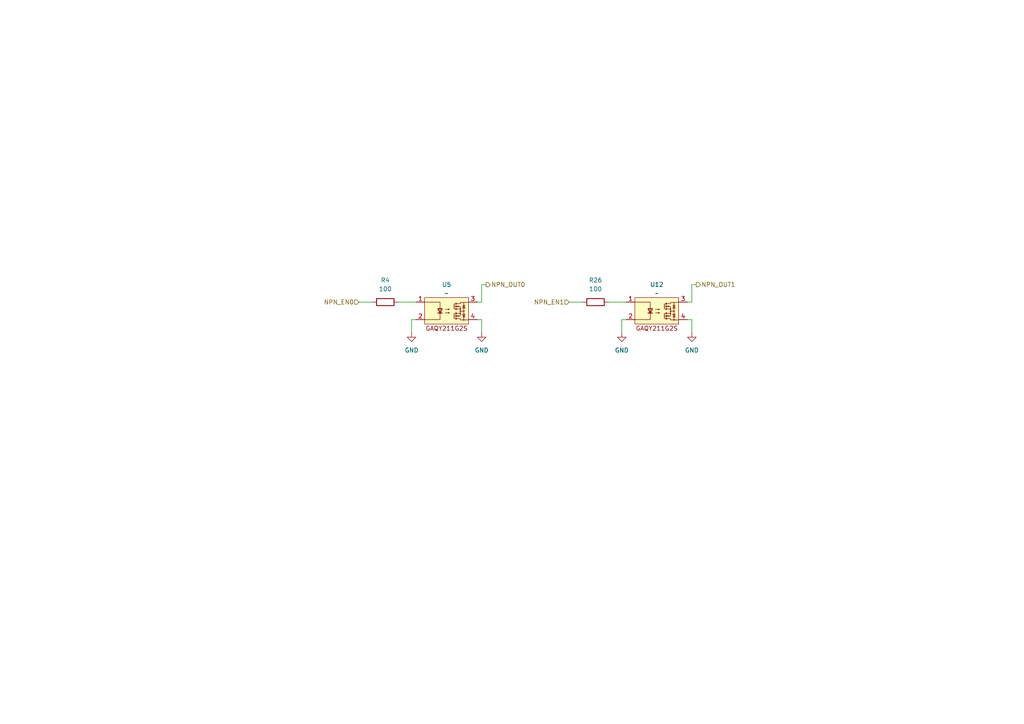
<source format=kicad_sch>
(kicad_sch (version 20250114) (generator "eeschema") (generator_version "9.0")
  (paper "A4")
  (lib_symbols
    (symbol "Device:R" (pin_numbers (hide yes)) (pin_names (offset 0))
      (property "Reference" "R" (at 2.032 0 90))
      (property "Value" "R" (at 0 0 90))
      (symbol "R_0_1"
        (rectangle (start -1.016 -2.54) (end 1.016 2.54) (stroke (width 0.254)))
      )
      (symbol "R_1_1"
        (pin passive line (at 0 3.81 270) (length 1.27) (name "~") (number "1"))
        (pin passive line (at 0 -3.81 90) (length 1.27) (name "~") (number "2"))
      )
    )
    (symbol "Riqi_Parts:GAQY211G2S"
      (property "Reference" "U" (at 0 0 0))
      (symbol "GAQY211G2S_0_1"
        (polyline (pts (xy -2.54 -2.54) (xy 1.905 -2.54) (xy 1.905 -4.445)))
        (polyline (pts (xy 1.27 -5.715) (xy 2.54 -5.715)) (stroke (width 0.254)))
        (polyline (pts (xy 1.905 -4.191) (xy 1.905 -7.62) (xy -2.54 -7.62)))
        (polyline (pts (xy 1.905 -5.715) (xy 1.27 -4.445) (xy 2.54 -4.445) (xy 1.905 -5.715)) (stroke (width 0.254)))
        (polyline (pts (xy 3.4016 -4.6346) (xy 4.6716 -4.6346) (xy 4.2906 -4.7616) (xy 4.2906 -4.5076) (xy 4.6716 -4.6346)))
        (polyline (pts (xy 3.4016 -5.6506) (xy 4.6716 -5.6506) (xy 4.2906 -5.7776) (xy 4.2906 -5.5236) (xy 4.6716 -5.6506)))
        (polyline (pts (xy 6.004 -3.0018) (xy 6.004 -4.5258)) (stroke (width 0.2032)))
        (polyline (pts (xy 6.004 -5.7958) (xy 6.004 -7.3198)) (stroke (width 0.2032)))
        (polyline (pts (xy 6.512 -2.8748) (xy 6.512 -3.1288) (xy 6.512 -3.1288)) (stroke (width 0.3556)))
        (polyline (pts (xy 6.512 -3.6368) (xy 6.512 -3.8908) (xy 6.512 -3.8908)) (stroke (width 0.3556)))
        (polyline (pts (xy 6.512 -4.3988) (xy 6.512 -4.6528) (xy 6.512 -4.6528)) (stroke (width 0.3556)))
        (polyline (pts (xy 6.512 -5.6688) (xy 6.512 -5.9228)) (stroke (width 0.3556)))
        (polyline (pts (xy 6.512 -6.4308) (xy 6.512 -6.6848) (xy 6.512 -6.6848)) (stroke (width 0.3556)))
        (polyline (pts (xy 6.512 -7.1928) (xy 6.512 -7.4468) (xy 6.512 -7.4468)) (stroke (width 0.3556)))
        (polyline (pts (xy 6.639 -3.0018) (xy 7.782 -3.0018) (xy 7.782 -2.6208) (xy 10.068 -2.6208)))
        (polyline (pts (xy 6.639 -3.7638) (xy 7.782 -3.7638) (xy 7.782 -4.5258)))
        (polyline (pts (xy 6.639 -5.7958) (xy 7.782 -5.7958) (xy 7.782 -4.5258) (xy 6.639 -4.5258)))
        (polyline (pts (xy 6.639 -6.5578) (xy 7.782 -6.5578) (xy 7.782 -5.7958)))
        (polyline (pts (xy 6.639 -7.3198) (xy 7.782 -7.3198) (xy 7.782 -7.7008) (xy 10.068 -7.7008)))
        (polyline (pts (xy 6.766 -3.7638) (xy 7.274 -3.6368) (xy 7.274 -3.8908) (xy 6.766 -3.7638)))
        (polyline (pts (xy 6.766 -6.5578) (xy 7.274 -6.4308) (xy 7.274 -6.6848) (xy 6.766 -6.5578)))
        (circle (center 7.782 -4.5258) (radius 0.127))
        (polyline (pts (xy 7.782 -5.1608) (xy 8.798 -5.1608)))
        (circle (center 7.782 -5.1608) (radius 0.127))
        (circle (center 7.782 -5.7958) (radius 0.127))
        (polyline (pts (xy 8.417 -3.5098) (xy 9.179 -3.5098)))
        (polyline (pts (xy 8.417 -6.8118) (xy 9.179 -6.8118)))
        (polyline (pts (xy 8.798 -3.5098) (xy 8.417 -4.2718) (xy 9.179 -4.2718) (xy 8.798 -3.5098)))
        (circle (center 8.798 -5.1608) (radius 0.127))
        (polyline (pts (xy 8.798 -6.8118) (xy 8.417 -6.0498) (xy 9.179 -6.0498) (xy 8.798 -6.8118)))
        (polyline (pts (xy 8.798 -7.7008) (xy 8.798 -2.6208)))
        (circle (center 8.798 -7.7008) (radius 0.127))
      )
      (symbol "GAQY211G2S_1_1"
        (rectangle (start -2.54 -1.27) (end 10.16 -8.89) (fill (type background)))
        (text "GAQY211G2S\n" (at 3.81 -10.16 0) (effects (font (size 1.27 1.27))))
        (pin input line (at -5.08 -2.54 0) (length 2.54) (name "") (number "1"))
        (pin input line (at -5.08 -7.62 0) (length 2.54) (name "") (number "2"))
        (pin input line (at 12.7 -2.54 180) (length 2.54) (name "") (number "3"))
        (pin input line (at 12.7 -7.62 180) (length 2.54) (name "") (number "4"))
      )
    )
    (symbol "power:GND" (power) (pin_numbers (hide yes)) (pin_names (offset 0) (hide yes))
      (property "Value" "GND" (at 0 -3.81 0))
      (symbol "GND_0_1"
        (polyline (pts (xy 0 0) (xy 0 -1.27) (xy 1.27 -1.27) (xy 0 -2.54) (xy -1.27 -1.27) (xy 0 -1.27)))
      )
      (symbol "GND_1_1"
        (pin power_in line (at 0 0 270) (length 0) (name "~") (number "1"))
      )
    )
  )
  (wire (pts (xy 199.39 92.71) (xy 200.66 92.71)))
  (wire (pts (xy 119.38 96.52) (xy 119.38 92.71)))
  (wire (pts (xy 200.66 82.55) (xy 200.66 87.63)))
  (wire (pts (xy 139.7 87.63) (xy 139.7 82.55)))
  (wire (pts (xy 176.53 87.63) (xy 181.61 87.63)))
  (wire (pts (xy 115.57 87.63) (xy 120.65 87.63)))
  (wire (pts (xy 180.34 92.71) (xy 181.61 92.71)))
  (wire (pts (xy 139.7 92.71) (xy 139.7 96.52)))
  (wire (pts (xy 119.38 92.71) (xy 120.65 92.71)))
  (wire (pts (xy 138.43 87.63) (xy 139.7 87.63)))
  (wire (pts (xy 165.1 87.63) (xy 168.91 87.63)))
  (wire (pts (xy 138.43 92.71) (xy 139.7 92.71)))
  (wire (pts (xy 139.7 82.55) (xy 140.97 82.55)))
  (wire (pts (xy 200.66 92.71) (xy 200.66 96.52)))
  (wire (pts (xy 199.39 87.63) (xy 200.66 87.63)))
  (wire (pts (xy 180.34 96.52) (xy 180.34 92.71)))
  (wire (pts (xy 201.93 82.55) (xy 200.66 82.55)))
  (wire (pts (xy 104.14 87.63) (xy 107.95 87.63)))
  (hierarchical_label "NPN_OUT1" (shape output) (at 201.93 82.55 0))
  (hierarchical_label "NPN_OUT0" (shape output) (at 140.97 82.55 0))
  (hierarchical_label "NPN_EN0" (shape input) (at 104.14 87.63 180))
  (hierarchical_label "NPN_EN1" (shape input) (at 165.1 87.63 180))
  (symbol (lib_id "Device:R") (at 172.72 87.63 90) (unit 1)
    (property "Reference" "R26" (at 172.72 81.28 90))
    (property "Value" "100" (at 172.72 83.82 90))
    (property "Footprint" "Resistor_SMD:R_0603_1608Metric" (effects (hide yes)))
    (property "Description" "Resistor" (effects (hide yes)))
  )
  (symbol (lib_id "power:GND") (at 119.38 96.52 0) (unit 1)
    (property "Reference" "#PWR023" (effects (hide yes)))
    (property "Value" "GND" (at 119.38 101.6 0))
    (property "Description" "Power symbol creates a global label with name \"GND\" , ground" (effects (hide yes)))
  )
  (symbol (lib_id "power:GND") (at 200.66 96.52 0) (unit 1)
    (property "Reference" "#PWR024" (effects (hide yes)))
    (property "Value" "GND" (at 200.66 101.6 0))
    (property "Description" "Power symbol creates a global label with name \"GND\" , ground" (effects (hide yes)))
  )
  (symbol (lib_id "power:GND") (at 139.7 96.52 0) (unit 1)
    (property "Reference" "#PWR053" (effects (hide yes)))
    (property "Value" "GND" (at 139.7 101.6 0))
    (property "Description" "Power symbol creates a global label with name \"GND\" , ground" (effects (hide yes)))
  )
  (symbol (lib_id "power:GND") (at 180.34 96.52 0) (unit 1)
    (property "Reference" "#PWR027" (effects (hide yes)))
    (property "Value" "GND" (at 180.34 101.6 0))
    (property "Description" "Power symbol creates a global label with name \"GND\" , ground" (effects (hide yes)))
  )
  (symbol (lib_id "Device:R") (at 111.76 87.63 90) (unit 1)
    (property "Reference" "R4" (at 111.76 81.28 90))
    (property "Value" "100" (at 111.76 83.82 90))
    (property "Footprint" "Resistor_SMD:R_0603_1608Metric" (effects (hide yes)))
    (property "Description" "Resistor" (effects (hide yes)))
  )
  (symbol (lib_id "Riqi_Parts:GAQY211G2S") (at 186.69 85.09 0) (unit 1)
    (property "Reference" "U12" (at 190.5 82.55 0))
    (property "Value" "~" (at 190.5 85.09 0))
    (property "Footprint" "Package_SO:SO-4_4.4x4.3mm_P2.54mm" (effects (hide yes)))
    (property "Datasheet" "https://lcsc.com/datasheet/lcsc_datasheet_2411220035_SUPSiC-GAQY211G2S_C7435104.pdf" (effects (hide yes)))
  )
  (symbol (lib_id "Riqi_Parts:GAQY211G2S") (at 125.73 85.09 0) (unit 1)
    (property "Reference" "U5" (at 129.54 82.55 0))
    (property "Value" "~" (at 129.54 85.09 0))
    (property "Footprint" "Package_SO:SO-4_4.4x4.3mm_P2.54mm" (effects (hide yes)))
    (property "Datasheet" "https://lcsc.com/datasheet/lcsc_datasheet_2411220035_SUPSiC-GAQY211G2S_C7435104.pdf" (effects (hide yes)))
  )
)
</source>
